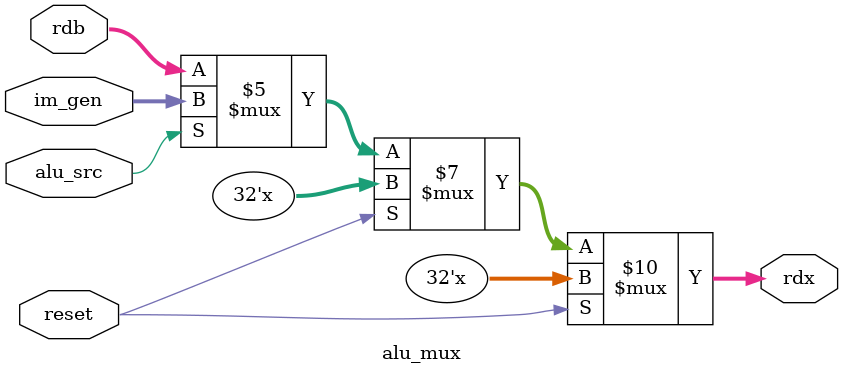
<source format=sv>
module alu_mux(
    input logic reset,
    input logic alu_src,
    input logic [31:0] im_gen,
    input logic [31:0] rdb,
    output logic [31:0] rdx
);

    always_comb begin
        if (reset == 1'b0) begin
            if (alu_src) begin
                rdx = im_gen;
            end else begin
                rdx = rdb;
            end
        end
    end

endmodule

</source>
